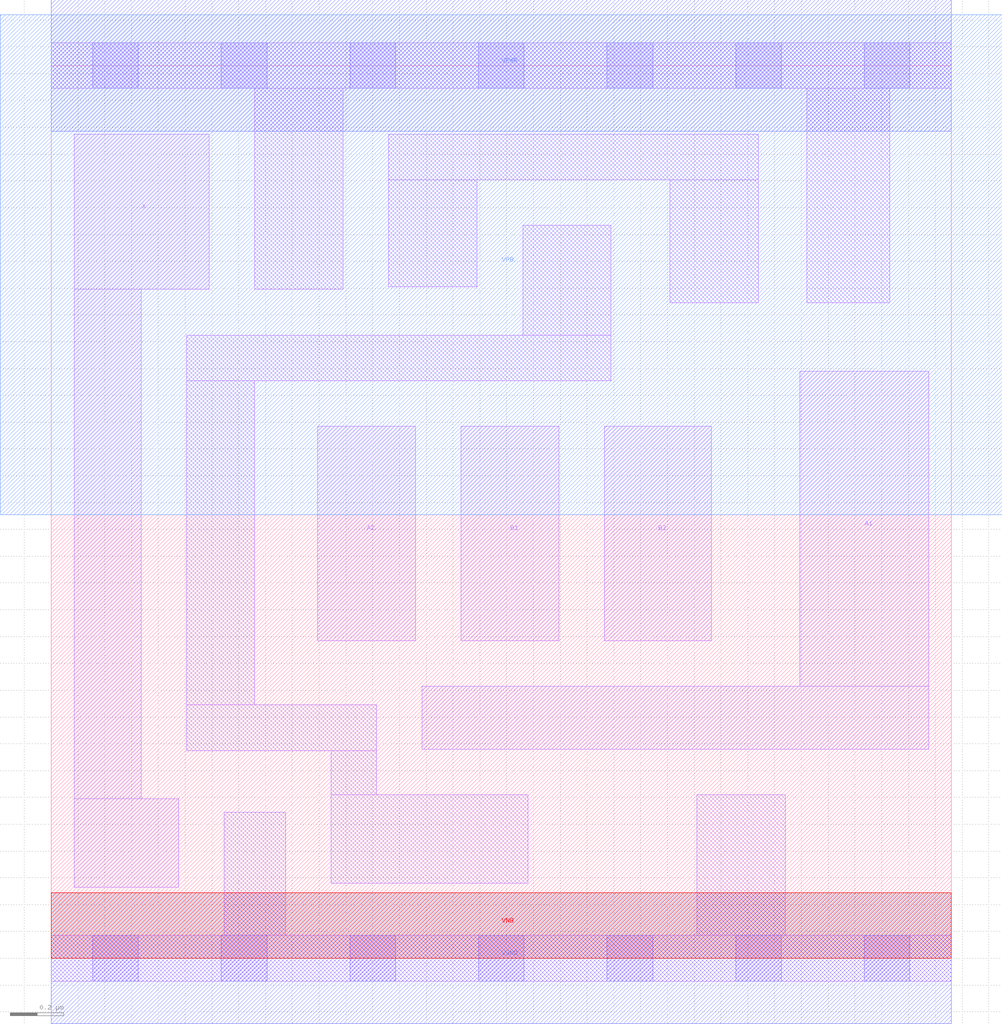
<source format=lef>
# Copyright 2020 The SkyWater PDK Authors
#
# Licensed under the Apache License, Version 2.0 (the "License");
# you may not use this file except in compliance with the License.
# You may obtain a copy of the License at
#
#     https://www.apache.org/licenses/LICENSE-2.0
#
# Unless required by applicable law or agreed to in writing, software
# distributed under the License is distributed on an "AS IS" BASIS,
# WITHOUT WARRANTIES OR CONDITIONS OF ANY KIND, either express or implied.
# See the License for the specific language governing permissions and
# limitations under the License.
#
# SPDX-License-Identifier: Apache-2.0

VERSION 5.7 ;
  NOWIREEXTENSIONATPIN ON ;
  DIVIDERCHAR "/" ;
  BUSBITCHARS "[]" ;
MACRO sky130_fd_sc_lp__a22o_0
  CLASS CORE ;
  FOREIGN sky130_fd_sc_lp__a22o_0 ;
  ORIGIN  0.000000  0.000000 ;
  SIZE  3.360000 BY  3.330000 ;
  SYMMETRY X Y R90 ;
  SITE unit ;
  PIN A1
    ANTENNAGATEAREA  0.159000 ;
    DIRECTION INPUT ;
    USE SIGNAL ;
    PORT
      LAYER li1 ;
        RECT 1.385000 0.780000 3.275000 1.015000 ;
        RECT 2.795000 1.015000 3.275000 2.190000 ;
    END
  END A1
  PIN A2
    ANTENNAGATEAREA  0.159000 ;
    DIRECTION INPUT ;
    USE SIGNAL ;
    PORT
      LAYER li1 ;
        RECT 0.995000 1.185000 1.360000 1.985000 ;
    END
  END A2
  PIN B1
    ANTENNAGATEAREA  0.159000 ;
    DIRECTION INPUT ;
    USE SIGNAL ;
    PORT
      LAYER li1 ;
        RECT 1.530000 1.185000 1.895000 1.985000 ;
    END
  END B1
  PIN B2
    ANTENNAGATEAREA  0.159000 ;
    DIRECTION INPUT ;
    USE SIGNAL ;
    PORT
      LAYER li1 ;
        RECT 2.065000 1.185000 2.465000 1.985000 ;
    END
  END B2
  PIN X
    ANTENNADIFFAREA  0.310500 ;
    DIRECTION OUTPUT ;
    USE SIGNAL ;
    PORT
      LAYER li1 ;
        RECT 0.085000 0.265000 0.475000 0.595000 ;
        RECT 0.085000 0.595000 0.335000 2.495000 ;
        RECT 0.085000 2.495000 0.590000 3.075000 ;
    END
  END X
  PIN VGND
    DIRECTION INOUT ;
    USE GROUND ;
    PORT
      LAYER met1 ;
        RECT 0.000000 -0.245000 3.360000 0.245000 ;
    END
  END VGND
  PIN VNB
    DIRECTION INOUT ;
    USE GROUND ;
    PORT
      LAYER pwell ;
        RECT 0.000000 0.000000 3.360000 0.245000 ;
    END
  END VNB
  PIN VPB
    DIRECTION INOUT ;
    USE POWER ;
    PORT
      LAYER nwell ;
        RECT -0.190000 1.655000 3.550000 3.520000 ;
    END
  END VPB
  PIN VPWR
    DIRECTION INOUT ;
    USE POWER ;
    PORT
      LAYER met1 ;
        RECT 0.000000 3.085000 3.360000 3.575000 ;
    END
  END VPWR
  OBS
    LAYER li1 ;
      RECT 0.000000 -0.085000 3.360000 0.085000 ;
      RECT 0.000000  3.245000 3.360000 3.415000 ;
      RECT 0.505000  0.775000 1.215000 0.945000 ;
      RECT 0.505000  0.945000 0.760000 2.155000 ;
      RECT 0.505000  2.155000 2.090000 2.325000 ;
      RECT 0.645000  0.085000 0.875000 0.545000 ;
      RECT 0.760000  2.495000 1.090000 3.245000 ;
      RECT 1.045000  0.280000 1.780000 0.610000 ;
      RECT 1.045000  0.610000 1.215000 0.775000 ;
      RECT 1.260000  2.505000 1.590000 2.905000 ;
      RECT 1.260000  2.905000 2.640000 3.075000 ;
      RECT 1.760000  2.325000 2.090000 2.735000 ;
      RECT 2.310000  2.445000 2.640000 2.905000 ;
      RECT 2.410000  0.085000 2.740000 0.610000 ;
      RECT 2.820000  2.445000 3.130000 3.245000 ;
    LAYER mcon ;
      RECT 0.155000 -0.085000 0.325000 0.085000 ;
      RECT 0.155000  3.245000 0.325000 3.415000 ;
      RECT 0.635000 -0.085000 0.805000 0.085000 ;
      RECT 0.635000  3.245000 0.805000 3.415000 ;
      RECT 1.115000 -0.085000 1.285000 0.085000 ;
      RECT 1.115000  3.245000 1.285000 3.415000 ;
      RECT 1.595000 -0.085000 1.765000 0.085000 ;
      RECT 1.595000  3.245000 1.765000 3.415000 ;
      RECT 2.075000 -0.085000 2.245000 0.085000 ;
      RECT 2.075000  3.245000 2.245000 3.415000 ;
      RECT 2.555000 -0.085000 2.725000 0.085000 ;
      RECT 2.555000  3.245000 2.725000 3.415000 ;
      RECT 3.035000 -0.085000 3.205000 0.085000 ;
      RECT 3.035000  3.245000 3.205000 3.415000 ;
  END
END sky130_fd_sc_lp__a22o_0
END LIBRARY

</source>
